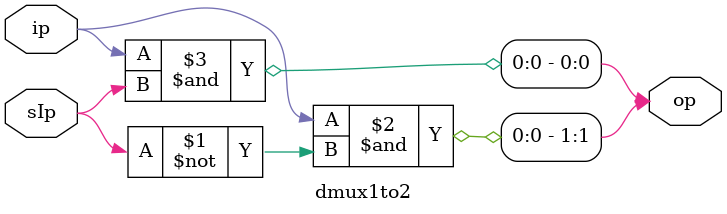
<source format=sv>

module dmux1to2 (op, ip, sIp);

  output[1:0] op;
  input ip;
  input sIp;

  assign op[1] = ip & (~sIp);
  assign op[0] = ip & (sIp);

endmodule

// no testbech because this code is to program an fpga
// refer to the Pin Planner Diagram readme file

</source>
